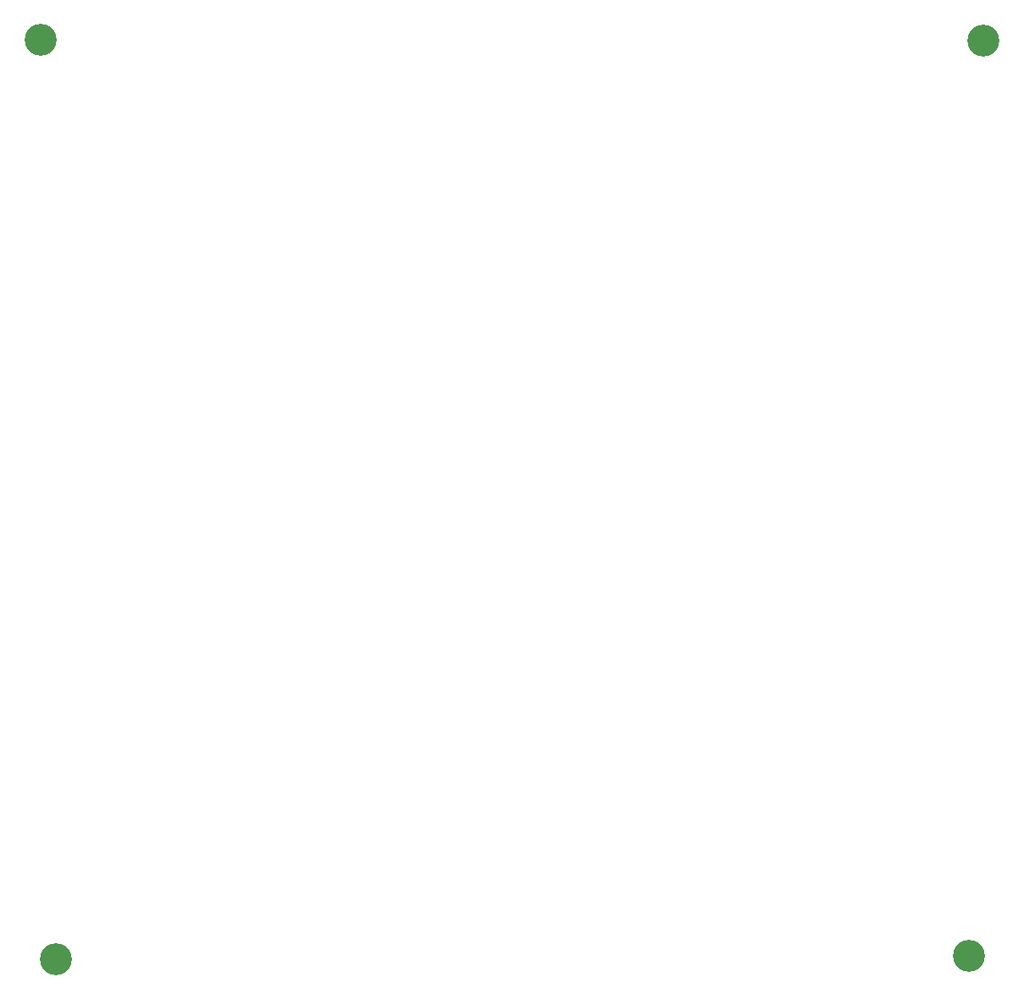
<source format=gbr>
%TF.GenerationSoftware,KiCad,Pcbnew,9.0.7*%
%TF.CreationDate,2026-01-29T05:12:34+10:00*%
%TF.ProjectId,Jet Ranger DUE Prod Radio Controller,4a657420-5261-46e6-9765-722044554520,rev?*%
%TF.SameCoordinates,Original*%
%TF.FileFunction,NonPlated,1,2,NPTH,Drill*%
%TF.FilePolarity,Positive*%
%FSLAX46Y46*%
G04 Gerber Fmt 4.6, Leading zero omitted, Abs format (unit mm)*
G04 Created by KiCad (PCBNEW 9.0.7) date 2026-01-29 05:12:34*
%MOMM*%
%LPD*%
G01*
G04 APERTURE LIST*
%TA.AperFunction,ComponentDrill*%
%ADD10C,3.200000*%
%TD*%
G04 APERTURE END LIST*
D10*
%TO.C,H1*%
X32300000Y-39000000D03*
%TO.C,H4*%
X33851800Y-130929500D03*
%TO.C,H5*%
X125101000Y-130612200D03*
%TO.C,H2*%
X126589800Y-39032100D03*
M02*

</source>
